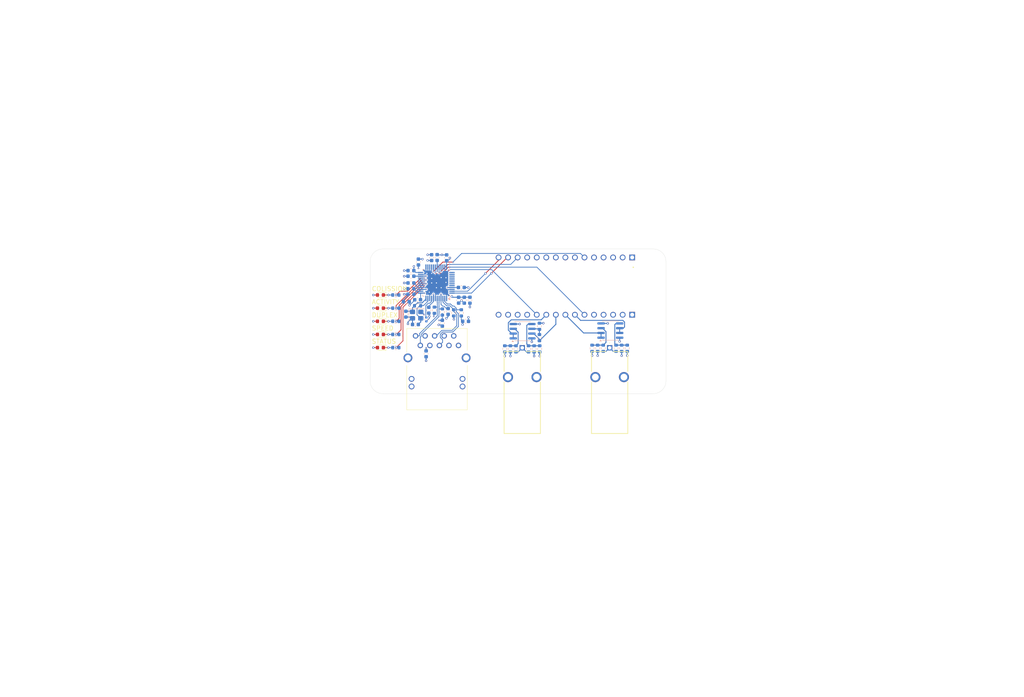
<source format=kicad_pcb>
(kicad_pcb (version 20241229) (generator "pcbnew") (generator_version "9.0")
  (layers (0 "F.Cu" signal) (4 "In1.Cu" signal) (6 "In2.Cu" signal) (2 "B.Cu" signal) (13 "F.Paste" user) (15 "B.Paste" user) (5 "F.SilkS" user "F.Silkscreen") (7 "B.SilkS" user "B.Silkscreen") (1 "F.Mask" user) (3 "B.Mask" user) (25 "Edge.Cuts" user))
  (net 0 "")
  (net 1 "+3.3V")
  (net 2 "GND")
  (net 3 "/wiznet/1V2D")
  (net 4 "/wiznet/3V3A")
  (net 5 "/wiznet/1V2A")
  (net 6 "/wiznet/XSCI")
  (net 7 "/wiznet/XSCO")
  (net 8 "Net-(D1-K)")
  (net 9 "Net-(D2-K)")
  (net 10 "Net-(D3-K)")
  (net 11 "Net-(D4-K)")
  (net 12 "Net-(D5-K)")
  (net 13 "/wiznet/1V2O")
  (net 17 "/wiznet/COLN")
  (net 18 "/wiznet/ACTn")
  (net 20 "/wiznet/DPXn")
  (net 21 "/wiznet/RXIN")
  (net 22 "/wiznet/SPDn")
  (net 25 "/wiznet/LNKn")
  (net 26 "/wiznet/RSET_BG")
  (net 27 "/wiznet/TXOP")
  (net 29 "/wiznet/RXIP")
  (net 30 "/wiznet/TXON")
  (net 34 "/analog/U_CH0_IN")
  (net 35 "/analog/U_CH1_IN")
  (net 36 "Net-(C17-Pad2)")
  (net 37 "Net-(C18-Pad2)")
  (net 46 "Net-(U1A-+)")
  (net 47 "Net-(U1B-+)")
  (net 48 "Net-(U2A-+)")
  (net 49 "Net-(U2B-+)")
  (net 50 "Net-(U1B--)")
  (net 68 "/SPI_!CS")
  (net 69 "/!INT")
  (net 70 "/SPI_MISO")
  (net 71 "/SPI_CLK")
  (net 72 "/!RST")
  (net 73 "/SPI_MOSI")
  (net 74 "/CH0_1")
  (net 75 "/CH0_10")
  (net 76 "/CH1_36")
  (net 77 "/CH1_10")
  (footprint "customLib:MODULE_NUCLEO-L432KC" (layer "F.Cu") (at 164.265 88.38 -90)
    (property "Reference" "U3" (hide yes))
    (property "Value" "NUCLEO-L432KC" (hide yes))
  )
  (footprint "customLib:rubber-feet" (layer "F.Cu") (at 114.73 82.5)
    (property "Reference" "G2" (hide yes))
    (property "Value" "foot" (hide yes))
  )
  (footprint "customLib:22500561" (layer "F.Cu") (at 122.83 101.635)
    (property "Reference" "J3" (hide yes))
    (property "Value" "2250056-1" (hide yes))
  )
  (footprint "LED_SMD:LED_0603_1608Metric" (layer "F.Cu") (at 113.48 90.75 180)
    (property "Reference" "D5" (hide yes))
    (property "Value" "LED" (hide yes))
  )
  (footprint "LED_SMD:LED_0603_1608Metric" (layer "F.Cu") (at 113.48 101.25 180)
    (property "Reference" "D2" (hide yes))
    (property "Value" "LED" (hide yes))
  )
  (footprint "LED_SMD:LED_0603_1608Metric" (layer "F.Cu") (at 113.48 104.75 180)
    (property "Reference" "D1" (hide yes))
    (property "Value" "LED" (hide yes))
  )
  (footprint "customLib:rubber-feet" (layer "F.Cu") (at 185.48 113)
    (property "Reference" "G1" (hide yes))
    (property "Value" "foot" (hide yes))
  )
  (footprint "LED_SMD:LED_0603_1608Metric" (layer "F.Cu") (at 113.48 94.25 180)
    (property "Reference" "D4" (hide yes))
    (property "Value" "LED" (hide yes))
  )
  (footprint "LED_SMD:LED_0603_1608Metric" (layer "F.Cu") (at 113.48 97.75 180)
    (property "Reference" "D3" (hide yes))
    (property "Value" "LED" (hide yes))
  )
  (footprint "customLib:731713150" (layer "F.Cu") (at 174.48 104.8)
    (property "Reference" "J2" (hide yes))
    (property "Value" "BNC" (hide yes))
  )
  (footprint "customLib:731713150" (layer "F.Cu") (at 151.23 104.8)
    (property "Reference" "J1" (hide yes))
    (property "Value" "BNC" (hide yes))
  )
  (footprint "customLib:rubber-feet" (layer "F.Cu") (at 185.48 82.5)
    (property "Reference" "G3" (hide yes))
    (property "Value" "foot" (hide yes))
  )
  (footprint "customLib:rubber-feet" (layer "F.Cu") (at 114.73 113)
    (property "Reference" "G4" (hide yes))
    (property "Value" "foot" (hide yes))
  )
  (footprint "Inductor_SMD:L_0603_1608Metric" (layer "B.Cu") (at 121.611 90.55 180)
    (property "Reference" "FB2" (hide yes))
    (property "Value" "FerriteBead" (hide yes))
  )
  (footprint "Capacitor_SMD:C_0603_1608Metric" (layer "B.Cu") (at 131.4985 95.125 -90)
    (property "Reference" "C13" (hide yes))
    (property "Value" "0.1u" (hide yes))
  )
  (footprint "Resistor_SMD:R_0603_1608Metric" (layer "B.Cu") (at 155.7925 99.075 90)
    (property "Reference" "R14" (hide yes))
    (property "Value" "220k" (hide yes))
  )
  (footprint "Package_QFP:TQFP-48_7x7mm_P0.5mm" (layer "B.Cu") (at 128.3485 87.5 90)
    (property "Reference" "IC3" (hide yes))
    (property "Value" "W5100S-L" (hide yes))
  )
  (footprint "Capacitor_SMD:C_0603_1608Metric" (layer "B.Cu") (at 122.7985 98.6)
    (property "Reference" "C15" (hide yes))
    (property "Value" "15p" (hide yes))
  )
  (footprint "Resistor_SMD:R_0603_1608Metric" (layer "B.Cu") (at 152.8925 105.0875 90)
    (property "Reference" "R2" (hide yes))
    (property "Value" "360k" (hide yes))
  )
  (footprint "Resistor_SMD:R_0603_1608Metric" (layer "B.Cu") (at 117.58 90.75)
    (property "Reference" "R20" (hide yes))
    (property "Value" "680" (hide yes))
  )
  (footprint "Capacitor_SMD:C_0603_1608Metric" (layer "B.Cu") (at 120.2485 95.85 -90)
    (property "Reference" "C16" (hide yes))
    (property "Value" "15p" (hide yes))
  )
  (footprint "Resistor_SMD:R_0603_1608Metric" (layer "B.Cu") (at 155.7925 102.1 90)
    (property "Reference" "R13" (hide yes))
    (property "Value" "442k" (hide yes))
  )
  (footprint "Resistor_SMD:R_0603_1608Metric" (layer "B.Cu") (at 176.18625 104.921874 90)
    (property "Reference" "R4" (hide yes))
    (property "Value" "910k" (hide yes))
  )
  (footprint "Resistor_SMD:R_0603_1608Metric" (layer "B.Cu") (at 127.8485 94.8 90)
    (property "Reference" "R24" (hide yes))
    (property "Value" "49.9" (hide yes))
  )
  (footprint "Capacitor_SMD:C_0603_1608Metric" (layer "B.Cu") (at 125.642 106.394 90)
    (property "Reference" "C19" (hide yes))
    (property "Value" "0.1u" (hide yes))
  )
  (footprint "Resistor_SMD:R_0603_1608Metric" (layer "B.Cu") (at 129.9485 95.275 90)
    (property "Reference" "R25" (hide yes))
    (property "Value" "49.9" (hide yes))
  )
  (footprint "Resistor_SMD:R_0603_1608Metric" (layer "B.Cu") (at 155.8675 105.0875 -90)
    (property "Reference" "R8" (hide yes))
    (property "Value" "680k" (hide yes))
  )
  (footprint "Capacitor_SMD:C_0603_1608Metric" (layer "B.Cu") (at 126.3485 94.8 -90)
    (property "Reference" "C6" (hide yes))
    (property "Value" "0.1u" (hide yes))
  )
  (footprint "Capacitor_SMD:C_0603_1608Metric" (layer "B.Cu") (at 121.5985 85.75 180)
    (property "Reference" "C10" (hide yes))
    (property "Value" "0.1u" (hide yes))
  )
  (footprint "Resistor_SMD:R_0603_1608Metric" (layer "B.Cu") (at 179.16125 104.921874 -90)
    (property "Reference" "R12" (hide yes))
    (property "Value" "91k" (hide yes))
  )
  (footprint "Resistor_SMD:R_0603_1608Metric" (layer "B.Cu") (at 154.38 105.0875 90)
    (property "Reference" "R7" (hide yes))
    (property "Value" "1.2M" (hide yes))
  )
  (footprint "Capacitor_SMD:C_0603_1608Metric" (layer "B.Cu") (at 127.0985 80.8 90)
    (property "Reference" "C4" (hide yes))
    (property "Value" "4.7u" (hide yes))
  )
  (footprint "Resistor_SMD:R_0603_1608Metric" (layer "B.Cu") (at 117.58 97.75)
    (property "Reference" "R18" (hide yes))
    (property "Value" "680" (hide yes))
  )
  (footprint "Capacitor_SMD:C_0603_1608Metric" (layer "B.Cu") (at 123.5985 81.975 90)
    (property "Reference" "C3" (hide yes))
    (property "Value" "4.7u" (hide yes))
  )
  (footprint "Resistor_SMD:R_0603_1608Metric" (layer "B.Cu") (at 149.555 105.0875 90)
    (property "Reference" "R1" (hide yes))
    (property "Value" "680k" (hide yes))
  )
  (footprint "Capacitor_SMD:C_0603_1608Metric" (layer "B.Cu") (at 121.5985 87.55 180)
    (property "Reference" "C7" (hide yes))
    (property "Value" "0.1u" (hide yes))
  )
  (footprint "Capacitor_SMD:C_0603_1608Metric" (layer "B.Cu") (at 135.011 88.75)
    (property "Reference" "C14" (hide yes))
    (property "Value" "0.1u" (hide yes))
  )
  (footprint "Resistor_SMD:R_0603_1608Metric" (layer "B.Cu") (at 177.67375 104.921874 90)
    (property "Reference" "R11" (hide yes))
    (property "Value" "82k" (hide yes))
  )
  (footprint "Capacitor_SMD:C_0603_1608Metric" (layer "B.Cu") (at 120.3735 92.55)
    (property "Reference" "C11" (hide yes))
    (property "Value" "4.7u" (hide yes))
  )
  (footprint "Resistor_SMD:R_0603_1608Metric" (layer "B.Cu") (at 123.3735 93.626)
    (property "Reference" "R21" (hide yes))
    (property "Value" "1M" (hide yes))
  )
  (footprint "Inductor_SMD:L_0603_1608Metric" (layer "B.Cu") (at 121.5985 89.075)
    (property "Reference" "FB3" (hide yes))
    (property "Value" "FerriteBead" (hide yes))
  )
  (footprint "Resistor_SMD:R_0603_1608Metric" (layer "B.Cu") (at 117.58 104.75)
    (property "Reference" "R16" (hide yes))
    (property "Value" "680" (hide yes))
  )
  (footprint "Capacitor_SMD:C_0603_1608Metric" (layer "B.Cu") (at 128.58 80.775 90)
    (property "Reference" "C12" (hide yes))
    (property "Value" "0.1u" (hide yes))
  )
  (footprint "Capacitor_SMD:C_0603_1608Metric" (layer "B.Cu") (at 123.381 92.011 180)
    (property "Reference" "C8" (hide yes))
    (property "Value" "0.1u" (hide yes))
  )
  (footprint "Resistor_SMD:R_0603_1608Metric" (layer "B.Cu") (at 117.58 101.25)
    (property "Reference" "R17" (hide yes))
    (property "Value" "680" (hide yes))
  )
  (footprint "Resistor_SMD:R_0603_1608Metric" (layer "B.Cu") (at 132.9885 95.5 90)
    (property "Reference" "R23" (hide yes))
    (property "Value" "49.9" (hide yes))
  )
  (footprint "Capacitor_SMD:C_0603_1608Metric" (layer "B.Cu") (at 134.2985 92.1325 -90)
    (property "Reference" "C9" (hide yes))
    (property "Value" "4.7u" (hide yes))
  )
  (footprint "Resistor_SMD:R_0603_1608Metric" (layer "B.Cu") (at 172.78 104.921874 90)
    (property "Reference" "R3" (hide yes))
    (property "Value" "680k" (hide yes))
  )
  (footprint "Resistor_SMD:R_0603_1608Metric" (layer "B.Cu") (at 148.0675 105.0875 90)
    (property "Reference" "R5" (hide yes))
    (property "Value" "220k" (hide yes))
  )
  (footprint "Capacitor_SMD:C_0603_1608Metric" (layer "B.Cu") (at 129.9485 98.25 90)
    (property "Reference" "C18" (hide yes))
    (property "Value" "0.1u" (hide yes))
  )
  (footprint "Package_SO:SOIC-8_3.9x4.9mm_P1.27mm" (layer "B.Cu") (at 151.305 100.38)
    (property "Reference" "U1" (hide yes))
    (property "Value" "MCP6002-xMC" (hide yes))
  )
  (footprint "Resistor_SMD:R_0603_1608Metric" (layer "B.Cu") (at 169.805 104.921874 -90)
    (property "Reference" "R10" (hide yes))
    (property "Value" "330k" (hide yes))
  )
  (footprint "Resistor_SMD:R_0603_1608Metric" (layer "B.Cu") (at 117.58 94.25)
    (property "Reference" "R19" (hide yes))
    (property "Value" "680" (hide yes))
  )
  (footprint "Capacitor_SMD:C_0603_1608Metric" (layer "B.Cu") (at 135.7985 92.1375 -90)
    (property "Reference" "C5" (hide yes))
    (property "Value" "0.01u" (hide yes))
  )
  (footprint "Resistor_SMD:R_0603_1608Metric" (layer "B.Cu") (at 146.58 105.0875 -90)
    (property "Reference" "R6" (hide yes))
    (property "Value" "330k" (hide yes))
  )
  (footprint "Resistor_SMD:R_0402_1005Metric" (layer "B.Cu") (at 125.6985 97.25 -90)
    (property "Reference" "R26" (hide yes))
    (property "Value" "12.3k" (hide yes))
  )
  (footprint "Capacitor_SMD:C_0603_1608Metric" (layer "B.Cu") (at 131.0985 80.85 90)
    (property "Reference" "C1" (hide yes))
    (property "Value" "0.1u" (hide yes))
  )
  (footprint "Inductor_SMD:L_0603_1608Metric" (layer "B.Cu") (at 137.2985 92.1375 90)
    (property "Reference" "FB1" (hide yes))
    (property "Value" "FerriteBead" (hide yes))
  )
  (footprint "Crystal:Crystal_SMD_3225-4Pin_3.2x2.5mm" (layer "B.Cu") (at 123.1235 96.1)
    (property "Reference" "Y2" (hide yes))
    (property "Value" "25M" (hide yes))
  )
  (footprint "Package_SO:SOIC-8_3.9x4.9mm_P1.27mm" (layer "B.Cu") (at 174.67375 100.214374)
    (property "Reference" "U2" (hide yes))
    (property "Value" "MCP6002-xMC" (hide yes))
  )
  (footprint "Resistor_SMD:R_0603_1608Metric" (layer "B.Cu") (at 134.9985 95.5 90)
    (property "Reference" "R22" (hide yes))
    (property "Value" "49.9" (hide yes))
  )
  (footprint "Capacitor_SMD:C_0603_1608Metric" (layer "B.Cu") (at 121.5985 84.25 180)
    (property "Reference" "C2" (hide yes))
    (property "Value" "0.1u" (hide yes))
  )
  (footprint "Resistor_SMD:R_0603_1608Metric" (layer "B.Cu") (at 171.2925 104.921874 90)
    (property "Reference" "R9" (hide yes))
    (property "Value" "220k" (hide yes))
  )
  (footprint "Capacitor_SMD:C_0603_1608Metric" (layer "B.Cu") (at 136.1485 97.75 180)
    (property "Reference" "C17" (hide yes))
    (property "Value" "0.1u" (hide yes))
  )
  (gr_line (start 186.08 117) (end 114.13 117) (stroke (width 0.05)) (layer "Edge.Cuts"))
  (gr_line (start 189.48 81.9) (end 189.48 113.6) (stroke (width 0.05)) (layer "Edge.Cuts"))
  (gr_arc (start 189.48 113.6) (mid 188.484163 116.004163) (end 186.08 117) (stroke (width 0.05)) (layer "Edge.Cuts"))
  (gr_arc (start 110.73 81.9) (mid 111.725837 79.495837) (end 114.13 78.5) (stroke (width 0.05)) (layer "Edge.Cuts"))
  (gr_line (start 114.13 78.5) (end 186.08 78.5) (stroke (width 0.05)) (layer "Edge.Cuts"))
  (gr_line (start 110.73 113.6) (end 110.73 81.9) (stroke (width 0.05)) (layer "Edge.Cuts"))
  (gr_arc (start 186.08 78.5) (mid 188.484163 79.495837) (end 189.48 81.9) (stroke (width 0.05)) (layer "Edge.Cuts"))
  (gr_arc (start 114.13 117) (mid 111.725837 116.004163) (end 110.73 113.6) (stroke (width 0.05)) (layer "Edge.Cuts"))
  (gr_text "STATUS" (at 111.1 103.1 0) (layer "F.SilkS") (effects (font (size 1.2 1.2) (thickness 0.18)) (justify left)))
  (gr_text "DUPLEX" (at 111.1 96.1 0) (layer "F.SilkS") (effects (font (size 1.2 1.2) (thickness 0.18)) (justify left)))
  (gr_text "ACTIVITY" (at 111.1 92.6 0) (layer "F.SilkS") (effects (font (size 1.2 1.2) (thickness 0.18)) (justify left)))
  (gr_text "SPEED" (at 111.1 99.6 0) (layer "F.SilkS") (effects (font (size 1.2 1.2) (thickness 0.18)) (justify left)))
  (gr_text "COLISSION" (at 111.1 89.1 0) (layer "F.SilkS") (effects (font (size 1.2 1.2) (thickness 0.18)) (justify left)))
  (segment (start 112.7925 101.25) (end 111.58 101.25) (width 0.2) (layer "F.Cu") (net 1))
  (segment (start 112.7925 90.75) (end 111.58 90.75) (width 0.2) (layer "F.Cu") (net 1))
  (segment (start 112.7925 104.75) (end 111.58 104.75) (width 0.2) (layer "F.Cu") (net 1))
  (segment (start 112.7925 97.75) (end 111.58 97.75) (width 0.2) (layer "F.Cu") (net 1))
  (segment (start 112.7925 94.25) (end 111.58 94.25) (width 0.2) (layer "F.Cu") (net 1))
  (via (at 177.14875 103.1) (size 0.6) (drill 0.3) (layers "F.Cu" "B.Cu") (net 1))
  (via (at 171.2925 106.8875) (size 0.6) (drill 0.3) (layers "F.Cu" "B.Cu") (net 1))
  (via (at 154.38 107) (size 0.6) (drill 0.3) (layers "F.Cu" "B.Cu") (net 1))
  (via (at 111.58 101.25) (size 0.6) (drill 0.3) (layers "F.Cu" "B.Cu") (net 1))
  (via (at 122.3985 83.15) (size 0.6) (drill 0.3) (layers "F.Cu" "B.Cu") (net 1))
  (via (at 111.58 94.25) (size 0.6) (drill 0.3) (layers "F.Cu" "B.Cu") (net 1))
  (via (at 126.0485 81.55) (size 0.6) (drill 0.3) (layers "F.Cu" "B.Cu") (net 1))
  (via (at 111.58 104.75) (size 0.6) (drill 0.3) (layers "F.Cu" "B.Cu") (net 1))
  (via (at 177.67375 106.89375) (size 0.6) (drill 0.3) (layers "F.Cu" "B.Cu") (net 1))
  (via (at 137.2985 93.95) (size 0.6) (drill 0.3) (layers "F.Cu" "B.Cu") (net 1))
  (via (at 111.58 97.75) (size 0.6) (drill 0.3) (layers "F.Cu" "B.Cu") (net 1))
  (via (at 131.98 80.9) (size 0.6) (drill 0.3) (layers "F.Cu" "B.Cu") (net 1))
  (via (at 153.78 103.2) (size 0.6) (drill 0.3) (layers "F.Cu" "B.Cu") (net 1))
  (via (at 111.58 90.75) (size 0.6) (drill 0.3) (layers "F.Cu" "B.Cu") (net 1))
  (via (at 148.08 107) (size 0.6) (drill 0.3) (layers "F.Cu" "B.Cu") (net 1))
  (segment (start 148.0675 106.7875) (end 148.0675 105.9125) (width 0.25) (layer "B.Cu") (net 1))
  (segment (start 148.08 107) (end 148.08 106.8) (width 0.25) (layer "B.Cu") (net 1))
  (segment (start 177.14875 103.1) (end 177.14875 102.119374) (width 0.25) (layer "B.Cu") (net 1))
  (segment (start 131.0985 81.625) (end 131.0985 83.3375) (width 0.2) (layer "B.Cu") (net 1))
  (segment (start 124.186 84.75) (end 122.8735 84.75) (width 0.2) (layer "B.Cu") (net 1))
  (segment (start 122.3735 83.175) (end 122.3985 83.15) (width 0.2) (layer "B.Cu") (net 1))
  (segment (start 154.38 105.9125) (end 154.38 107) (width 0.25) (layer "B.Cu") (net 1))
  (segment (start 148.08 106.8) (end 148.0675 106.7875) (width 0.25) (layer "B.Cu") (net 1))
  (segment (start 131.98 80.9) (end 131.98 81.1) (width 0.2) (layer "B.Cu") (net 1))
  (segment (start 177.67375 106.89375) (end 177.67375 105.746874) (width 0.25) (layer "B.Cu") (net 1))
  (segment (start 127.0985 81.575) (end 126.0735 81.575) (width 0.2) (layer "B.Cu") (net 1))
  (segment (start 153.78 103.2) (end 153.78 102.285) (width 0.25) (layer "B.Cu") (net 1))
  (segment (start 131.455 81.625) (end 131.0985 81.625) (width 0.2) (layer "B.Cu") (net 1))
  (segment (start 131.98 81.1) (end 131.455 81.625) (width 0.2) (layer "B.Cu") (net 1))
  (segment (start 137.2985 92.925) (end 137.2985 93.95) (width 0.2) (layer "B.Cu") (net 1))
  (segment (start 122.8735 84.75) (end 122.3735 84.25) (width 0.2) (layer "B.Cu") (net 1))
  (segment (start 171.2925 106.8875) (end 171.2925 105.746874) (width 0.25) (layer "B.Cu") (net 1))
  (segment (start 122.3735 84.25) (end 122.3735 83.175) (width 0.2) (layer "B.Cu") (net 1))
  (segment (start 126.0735 81.575) (end 126.0485 81.55) (width 0.2) (layer "B.Cu") (net 1))
  (via (at 127.1185 87.54) (size 0.6) (drill 0.3) (layers "F.Cu" "B.Cu") (net 2))
  (via (at 129.6585 86.112) (size 0.6) (drill 0.3) (layers "F.Cu" "B.Cu") (net 2))
  (via (at 124.6485 81.2) (size 0.6) (drill 0.3) (layers "F.Cu" "B.Cu") (net 2))
  (via (at 128.3885 88.81) (size 0.6) (drill 0.3) (layers "F.Cu" "B.Cu") (net 2))
  (via (at 129.8485 80.075) (size 0.6) (drill 0.3) (layers "F.Cu" "B.Cu") (net 2))
  (via (at 125.8485 85) (size 0.6) (drill 0.3) (layers "F.Cu" "B.Cu") (net 2))
  (via (at 146.58 107) (size 0.6) (drill 0.3) (layers "F.Cu" "B.Cu") (net 2))
  (via (at 126.48 90) (size 0.6) (drill 0.3) (layers "F.Cu" "B.Cu") (net 2))
  (via (at 155.8675 107) (size 0.6) (drill 0.3) (layers "F.Cu" "B.Cu") (net 2))
  (via (at 126.0485 80.05) (size 0.6) (drill 0.3) (layers "F.Cu" "B.Cu") (net 2))
  (via (at 130.9285 87.396) (size 0.6) (drill 0.3) (layers "F.Cu" "B.Cu") (net 2))
  (via (at 135.0985 92.2) (size 0.6) (drill 0.3) (layers "F.Cu" "B.Cu") (net 2))
  (via (at 119.7985 85.75) (size 0.6) (drill 0.3) (layers "F.Cu" "B.Cu") (net 2))
  (via (at 128.3885 87.54) (size 0.6) (drill 0.3) (layers "F.Cu" "B.Cu") (net 2))
  (via (at 119.7985 84.25) (size 0.6) (drill 0.3) (layers "F.Cu" "B.Cu") (net 2))
  (via (at 129.6585 88.81) (size 0.6) (drill 0.3) (layers "F.Cu" "B.Cu") (net 2))
  (via (at 119.7985 87.55) (size 0.6) (drill 0.3) (layers "F.Cu" "B.Cu") (net 2))
  (via (at 126.499645 96.447919) (size 0.6) (drill 0.3) (layers "F.Cu" "B.Cu") (net 2))
  (via (at 179.16125 106.88125) (size 0.6) (drill 0.3) (layers "F.Cu" "B.Cu") (net 2))
  (via (at 131.03 96.95) (size 0.6) (drill 0.3) (layers "F.Cu" "B.Cu") (net 2))
  (via (at 125.63 108.25) (size 0.6) (drill 0.3) (layers "F.Cu" "B.Cu") (net 2))
  (via (at 173.98 98.309374) (size 0.6) (drill 0.3) (layers "F.Cu" "B.Cu") (net 2))
  (via (at 169.805 106.875) (size 0.6) (drill 0.3) (layers "F.Cu" "B.Cu") (net 2))
  (via (at 125.063 95.950112) (size 0.4) (drill 0.2) (layers "F.Cu" "B.Cu") (net 2))
  (via (at 127.1185 85) (size 0.6) (drill 0.3) (layers "F.Cu" "B.Cu") (net 2))
  (via (at 120.815 98.442) (size 0.6) (drill 0.3) (layers "F.Cu" "B.Cu") (net 2))
  (via (at 156.83 98.25) (size 0.6) (drill 0.3) (layers "F.Cu" "B.Cu") (net 2))
  (via (at 150.53 98.475) (size 0.6) (drill 0.3) (layers "F.Cu" "B.Cu") (net 2))
  (via (at 127.1185 86.35) (size 0.6) (drill 0.3) (layers "F.Cu" "B.Cu") (net 2))
  (via (at 136.836 88.75) (size 0.6) (drill 0.3) (layers "F.Cu" "B.Cu") (net 2))
  (via (at 121.224 93.465) (size 0.6) (drill 0.3) (layers "F.Cu" "B.Cu") (net 2))
  (via (at 136.8985 96.7) (size 0.6) (drill 0.3) (layers "F.Cu" "B.Cu") (net 2))
  (via (at 130.9285 86.152) (size 0.6) (drill 0.3) (layers "F.Cu" "B.Cu") (net 2))
  (via (at 128.9985 98.7) (size 0.6) (drill 0.3) (layers "F.Cu" "B.Cu") (net 2))
  (segment (start 121.7235 96.625) (end 122.0235 96.925) (width 0.25) (layer "B.Cu") (net 2))
  (segment (start 121.1485 92.1) (end 121.1485 92.05) (width 0.2) (layer "B.Cu") (net 2))
  (segment (start 135.006 92.2) (end 134.2985 92.9075) (width 0.2) (layer "B.Cu") (net 2))
  (segment (start 122.0235 96.925) (end 122.0235 98.55) (width 0.25) (layer "B.Cu") (net 2))
  (segment (start 120.815 97.9335) (end 121.8235 96.925) (width 0.25) (layer "B.Cu") (net 2))
  (segment (start 173.98 98.309374) (end 172.19875 98.309374) (width 0.25) (layer "B.Cu") (net 2))
  (segment (start 121.224 93.465) (end 121.224 92.1755) (width 0.2) (layer "B.Cu") (net 2))
  (segment (start 156.83 98.25) (end 155.7925 98.25) (width 0.25) (layer "B.Cu") (net 2))
  (segment (start 126.499645 96.958855) (end 125.6985 97.76) (width 0.2) (layer "B.Cu") (net 2))
  (segment (start 122.611 92.121) (end 122.611 92.05) (width 0.2) (layer "B.Cu") (net 2))
  (segment (start 136.9235 96.725) (end 136.8985 96.7) (width 0.2) (layer "B.Cu") (net 2))
  (segment (start 169.805 106.875) (end 169.805 105.746874) (width 0.25) (layer "B.Cu") (net 2))
  (segment (start 121.224 93.465) (end 121.267 93.465) (width 0.2) (layer "B.Cu") (net 2))
  (segment (start 120.8235 87.55) (end 119.7985 87.55) (width 0.2) (layer "B.Cu") (net 2))
  (segment (start 125.642 108.238) (end 125.63 108.25) (width 0.25) (layer "B.Cu") (net 2))
  (segment (start 129.8485 80.075) (end 131.0985 80.075) (width 0.2) (layer "B.Cu") (net 2))
  (segment (start 121.267 93.465) (end 122.611 92.121) (width 0.2) (layer "B.Cu") (net 2))
  (segment (start 126.499645 96.447919) (end 126.499645 96.958855) (width 0.2) (layer "B.Cu") (net 2))
  (segment (start 129.9485 98.7) (end 128.9985 98.7) (width 0.2) (layer "B.Cu") (net 2))
  (segment (start 121.8235 96.925) (end 122.0235 96.925) (width 0.25) (layer "B.Cu") (net 2))
  (segment (start 135.0985 92.2125) (end 135.7985 92.9125) (width 0.2) (layer "B.Cu") (net 2))
  (segment (start 179.16125 106.88125) (end 179.16125 105.746874) (width 0.25) (layer "B.Cu") (net 2))
  (segment (start 126.4985 96.446774) (end 126.4985 95.425) (width 0.2) (layer "B.Cu") (net 2))
  (segment (start 127.0985 80.025) (end 126.0735 80.025) (width 0.2) (layer "B.Cu") (net 2))
  (segment (start 131.4985 96.4815) (end 131.03 96.95) (width 0.25) (layer "B.Cu") (net 2))
  (segment (start 135.811 88.75) (end 136.836 88.75) (width 0.25) (layer "B.Cu") (net 2))
  (segment (start 132.511 89.25) (end 130.8485 89.25) (width 0) (layer "B.Cu") (net 2))
  (segment (start 135.0985 92.2) (end 135.006 92.2) (width 0.2) (layer "B.Cu") (net 2))
  (segment (start 146.58 107) (end 146.58 105.9125) (width 0.25) (layer "B.Cu") (net 2))
  (segment (start 135.0985 92.2) (end 135.0985 92.2125) (width 0.2) (layer "B.Cu") (net 2))
  (segment (start 128.655 80.075) (end 128.58 80) (width 0.2) (layer "B.Cu") (net 2))
  (segment (start 126.499645 96.447919) (end 126.4985 96.446774) (width 0.2) (layer "B.Cu") (net 2))
  (segment (start 155.8675 105.9125) (end 155.8675 107) (width 0.25) (layer "B.Cu") (net 2))
  (segment (start 136.9235 97.75) (end 136.9235 96.725) (width 0.2) (layer "B.Cu") (net 2))
  (segment (start 121.224 92.1755) (end 121.1485 92.1) (width 0.2) (layer "B.Cu") (net 2))
  (segment (start 126.0735 80.025) (end 126.0485 80.05) (width 0.2) (layer "B.Cu") (net 2))
  (segment (start 120.8235 85.75) (end 119.7985 85.75) (width 0.2) (layer "B.Cu") (net 2))
  (segment (start 123.5985 81.2) (end 124.6485 81.2) (width 0.2) (layer "B.Cu") (net 2))
  (segment (start 120.8235 84.25) (end 119.7985 84.25) (width 0.2) (layer "B.Cu") (net 2))
  (segment (start 122.3735 91.85) (end 122.5105 91.85) (width 0.25) (layer "B.Cu") (net 2))
  (segment (start 124.337888 95.225) (end 125.063 95.950112) (width 0.2) (layer "B.Cu") (net 2))
  (segment (start 124.2235 95.225) (end 124.337888 95.225) (width 0.2) (layer "B.Cu") (net 2))
  (segment (start 150.53 98.475) (end 148.83 98.475) (width 0.25) (layer "B.Cu") (net 2))
  (segment (start 129.8485 80.075) (end 128.655 80.075) (width 0.2) (layer "B.Cu") (net 2))
  (segment (start 120.2485 96.625) (end 121.7235 96.625) (width 0.25) (layer "B.Cu") (net 2))
  (segment (start 124.2235 95.225) (end 124.2235 95.027796) (width 0.2) (layer "B.Cu") (net 2))
  (segment (start 131.4985 95.9) (end 131.4985 96.4815) (width 0.25) (layer "B.Cu") (net 2))
  (segment (start 124.186 88.75) (end 125.73 88.75) (width 0.2) (layer "B.Cu") (net 2))
  (segment (start 120.815 98.442) (end 120.815 97.9335) (width 0.25) (layer "B.Cu") (net 2))
  (segment (start 125.642 107.169) (end 125.642 108.238) (width 0.25) (layer "B.Cu") (net 2))
  (segment (start 124.3825 95.384) (end 124.2235 95.225) (width 0.2) (layer "B.Cu") (net 2))
  (via (at 119.8235 89.075) (size 0.6) (drill 0.3) (layers "F.Cu" "B.Cu") (net 3))
  (via (at 131.3485 88.75) (size 0.4) (drill 0.2) (layers "F.Cu" "B.Cu") (net 3))
  (via (at 128.5985 84.45) (size 0.4) (drill 0.2) (layers "F.Cu" "B.Cu") (net 3))
  (via (at 123.5985 83.65) (size 0.4) (drill 0.2) (layers "F.Cu" "B.Cu") (net 3))
  (via (at 125.1985 90.25) (size 0.4) (drill 0.2) (layers "F.Cu" "B.Cu") (net 3))
  (via (at 125.63 85.7) (size 0.4) (drill 0.2) (layers "F.Cu" "B.Cu") (net 3))
  (segment (start 124.186 90.25) (end 125.1985 90.25) (width 0.2) (layer "B.Cu") (net 3))
  (segment (start 122.3735 85.75) (end 124.186 85.75) (width 0.25) (layer "B.Cu") (net 3))
  (segment (start 119.8235 89.075) (end 120.811 89.075) (width 0.25) (layer "B.Cu") (net 3))
  (segment (start 123.5985 82.75) (end 123.5985 83.65) (width 0.2) (layer "B.Cu") (net 3))
  (segment (start 132.511 88.75) (end 131.3485 88.75) (width 0.25) (layer "B.Cu") (net 3))
  (segment (start 124.211 85.725) (end 124.186 85.75) (width 0.25) (layer "B.Cu") (net 3))
  (segment (start 128.5985 81.5685) (end 128.58 81.55) (width 0.2) (layer "B.Cu") (net 3))
  (segment (start 128.5985 83.3375) (end 128.5985 81.5685) (width 0.2) (layer "B.Cu") (net 3))
  (segment (start 124.186 90.25) (end 124.186 91.6625) (width 0.2) (layer "B.Cu") (net 3))
  (segment (start 128.5985 83.3375) (end 128.5985 84.45) (width 0.2) (layer "B.Cu") (net 3))
  (segment (start 125.63 85.7) (end 125.605 85.725) (width 0.25) (layer "B.Cu") (net 3))
  (segment (start 125.605 85.725) (end 124.211 85.725) (width 0.25) (layer "B.Cu") (net 3))
  (segment (start 134.236 88.75) (end 132.511 88.75) (width 0.2) (layer "B.Cu") (net 3))
  (segment (start 124.186 91.6625) (end 123.886 91.9625) (width 0.2) (layer "B.Cu") (net 3))
  (via (at 127.5985 90.55) (size 0.4) (drill 0.2) (layers "F.Cu" "B.Cu") (net 4))
  (via (at 125.63 89.25) (size 0.4) (drill 0.2) (layers "F.Cu" "B.Cu") (net 4))
  (via (at 125.654 104.815) (size 0.4) (drill 0.2) (layers "F.Cu" "B.Cu") (net 4))
  (via (at 132.4985 91.15) (size 0.6) (drill 0.3) (layers "F.Cu" "B.Cu") (net 4))
  (segment (start 125.654 104.815) (end 125.636 104.833) (width 0.2) (layer "B.Cu") (net 4))
  (segment (start 125.636 104.833) (end 125.636 104.925) (width 0.2) (layer "B.Cu") (net 4))
  (segment (start 125.636 104.925) (end 125.642 104.931) (width 0.2) (layer "B.Cu") (net 4))
  (segment (start 124.186 89.25) (end 125.63 89.25) (width 0.25) (layer "B.Cu") (net 4))
  (segment (start 126.3485 93.748095) (end 127.5985 92.498095) (width 0.2) (layer "B.Cu") (net 4))
  (segment (start 123.1485 88.98241) (end 123.41609 89.25) (width 0.2) (layer "B.Cu") (net 4))
  (segment (start 123.1485 88.325) (end 123.1485 88.98241) (width 0.2) (layer "B.Cu") (net 4))
  (segment (start 127.5985 91.6625) (end 127.5985 90.55) (width 0.25) (layer "B.Cu") (net 4))
  (segment (start 125.642 104.931) (end 125.642 105.619) (width 0.2) (layer "B.Cu") (net 4))
  (segment (start 123.41609 89.25) (end 124.186 89.25) (width 0.2) (layer "B.Cu") (net 4))
  (segment (start 134.2985 91.3575) (end 132.706 91.3575) (width 0.25) (layer "B.Cu") (net 4))
  (segment (start 137.2985 91.35) (end 134.306 91.35) (width 0.2) (layer "B.Cu") (net 4))
  (segment (start 127.5985 92.498095) (end 127.5985 91.6625) (width 0.2) (layer "B.Cu") (net 4))
  (segment (start 122.3735 87.55) (end 123.1485 88.325) (width 0.2) (layer "B.Cu") (net 4))
  (segment (start 134.306 91.35) (end 134.2985 91.3575) (width 0.2) (layer "B.Cu") (net 4))
  (segment (start 132.706 91.3575) (end 132.4985 91.15) (width 0.25) (layer "B.Cu") (net 4))
  (segment (start 126.3485 94.025) (end 126.3485 93.748095) (width 0.2) (layer "B.Cu") (net 4))
  (via (at 129.5985 90.55) (size 0.4) (drill 0.2) (layers "F.Cu" "B.Cu") (net 5))
  (via (at 119.7985 90.55) (size 0.6) (drill 0.3) (layers "F.Cu" "B.Cu") (net 5))
  (segment (start 129.5985 91.6625) (end 129.5985 90.55) (width 0.25) (layer "B.Cu") (net 5))
  (segment (start 120.8235 90.55) (end 119.7985 90.55) (width 0.25) (layer "B.Cu") (net 5))
  (segment (start 120.8235 90.825) (end 120.8235 90.55) (width 0.2) (layer "B.Cu") (net 5))
  (segment (start 130.0985 93.75) (end 129.5985 93.25) (width 0.2) (layer "B.Cu") (net 5))
  (segment (start 131.4985 94.35) (end 131.036148 94.35) (width 0.2) (layer "B.Cu") (net 5))
  (segment (start 130.436148 93.75) (end 130.0985 93.75) (width 0.2) (layer "B.Cu") (net 5))
  (segment (start 119.5985 92.05) (end 120.8235 90.825) (width 0.2) (layer "B.Cu") (net 5))
  (segment (start 129.5985 93.25) (end 129.5985 91.6625) (width 0.2) (layer "B.Cu") (net 5))
  (segment (start 131.036148 94.35) (end 130.436148 93.75) (width 0.2) (layer "B.Cu") (net 5))
  (segment (start 125.5985 91.828966) (end 125.5985 91.6625) (width 0.25) (layer "B.Cu") (net 6))
  (segment (start 122.5485 93.626) (end 123.3495 92.825) (width 0.25) (layer "B.Cu") (net 6))
  (segment (start 122.0235 94.15) (end 122.5485 93.625) (width 0.25) (layer "B.Cu") (net 6))
  (segment (start 125.5985 92.1875) (end 125.5985 91.6625) (width 0.2) (layer "B.Cu") (net 6))
  (segment (start 120.2485 95.075) (end 121.8735 95.075) (width 0.25) (layer "B.Cu") (net 6))
  (segment (start 121.8735 95.075) (end 122.0235 95.225) (width 0.25) (layer "B.Cu") (net 6))
  (segment (start 122.0235 95.225) (end 122.0235 94.15) (width 0.25) (layer "B.Cu") (net 6))
  (segment (start 124.602466 92.825) (end 125.5985 91.828966) (width 0.25) (layer "B.Cu") (net 6))
  (segment (start 123.3495 92.825) (end 124.602466 92.825) (width 0.25) (layer "B.Cu") (net 6))
  (segment (start 124.2235 96.925) (end 124.136 96.925) (width 0.2) (layer "B.Cu") (net 7))
  (segment (start 124.98091 93.55) (end 126.0985 92.43241) (width 0.2) (layer "B.Cu") (net 7))
  (segment (start 124.136 96.925) (end 123.2235 96.0125) (width 0.2) (layer "B.Cu") (net 7))
  (segment (start 123.2235 96.0125) (end 123.2235 94.3065) (width 0.2) (layer "B.Cu") (net 7))
  (segment (start 123.98 93.55) (end 124.98091 93.55) (width 0.2) (layer "B.Cu") (net 7))
  (segment (start 126.0985 92.43241) (end 126.0985 91.6625) (width 0.2) (layer "B.Cu") (net 7))
  (segment (start 123.2235 94.3065) (end 123.98 93.55) (width 0.2) (layer "B.Cu") (net 7))
  (segment (start 124.2235 96.925) (end 124.2235 97.9) (width 0.25) (layer "B.Cu") (net 7))
  (segment (start 124.2235 97.9) (end 123.5735 98.55) (width 0.25) (layer "B.Cu") (net 7))
  (segment (start 115.58 104.75) (end 114.2675 104.75) (width 0.2) (layer "F.Cu") (net 8))
  (via (at 115.58 104.75) (size 0.6) (drill 0.3) (layers "F.Cu" "B.Cu") (net 8))
  (segment (start 116.7675 104.75) (end 115.58 104.75) (width 0.2) (layer "B.Cu") (net 8))
  (segment (start 115.58 101.25) (end 114.2675 101.25) (width 0.2) (layer "F.Cu") (net 9))
  (via (at 115.58 101.25) (size 0.6) (drill 0.3) (layers "F.Cu" "B.Cu") (net 9))
  (segment (start 116.755 101.25) (end 115.58 101.25) (width 0.2) (layer "B.Cu") (net 9))
  (segment (start 115.58 97.75) (end 114.2675 97.75) (width 0.2) (layer "F.Cu") (net 10))
  (via (at 115.58 97.75) (size 0.6) (drill 0.3) (layers "F.Cu" "B.Cu") (net 10))
  (segment (start 116.7675 97.75) (end 115.58 97.75) (width 0.2) (layer "B.Cu") (net 10))
  (segment (start 115.58 94.25) (end 114.2675 94.25) (width 0.2) (layer "F.Cu") (net 11))
  (via (at 115.58 94.25) (size 0.6) (drill 0.3) (layers "F.Cu" "B.Cu") (net 11))
  (segment (start 116.7675 94.25) (end 115.58 94.25) (width 0.2) (layer "B.Cu") (net 11))
  (segment (start 115.58 90.75) (end 114.2675 90.75) (width 0.2) (layer "F.Cu") (net 12))
  (via (at 115.58 90.75) (size 0.6) (drill 0.3) (layers "F.Cu" "B.Cu") (net 12))
  (segment (start 116.7675 90.75) (end 115.58 90.75) (width 0.2) (layer "B.Cu") (net 12))
  (segment (start 124.186 89.75) (end 123.41609 89.75) (width 0.2) (layer "B.Cu") (net 13))
  (segment (start 122.61609 90.55) (end 122.3985 90.55) (width 0.2) (layer "B.Cu") (net 13))
  (segment (start 124.186 89.75) (end 123.061 89.75) (width 0.2) (layer "B.Cu") (net 13))
  (segment (start 123.061 89.75) (end 122.386 89.075) (width 0.2) (layer "B.Cu") (net 13))
  (segment (start 123.41609 89.75) (end 122.61609 90.55) (width 0.2) (layer "B.Cu") (net 13))
  (segment (start 117.68 90.75) (end 118.68 89.75) (width 0.2) (layer "F.Cu") (net 17))
  (segment (start 124.23 86.25) (end 125.1985 86.25) (width 0.2) (layer "F.Cu") (net 17))
  (segment (start 120.73 89.75) (end 124.23 86.25) (width 0.2) (layer "F.Cu") (net 17))
  (segment (start 118.68 89.75) (end 120.73 89.75) (width 0.2) (layer "F.Cu") (net 17))
  (via (at 125.1985 86.25) (size 0.4) (drill 0.2) (layers "F.Cu" "B.Cu") (net 17))
  (via (at 117.68 90.75) (size 0.6) (drill 0.3) (layers "F.Cu" "B.Cu") (net 17))
  (segment (start 124.1105 86.25) (end 125.1985 86.25) (width 0.2) (layer "B.Cu") (net 17))
  (segment (start 118.405 90.75) (end 117.68 90.75) (width 0.2) (layer "B.Cu") (net 17))
  (segment (start 117.68 93.55) (end 117.68 94.25) (width 0.2) (layer "F.Cu") (net 18))
  (segment (start 124.48 86.75) (end 117.68 93.55) (width 0.2) (layer "F.Cu") (net 18))
  (segment (start 125.63 86.75) (end 124.48 86.75) (width 0.2) (layer "F.Cu") (net 18))
  (via (at 117.68 94.25) (size 0.6) (drill 0.3) (layers "F.Cu" "B.Cu") (net 18))
  (via (at 125.63 86.75) (size 0.4) (drill 0.2) (layers "F.Cu" "B.Cu") (net 18))
  (segment (start 125.498499 86.749999) (end 125.4985 86.75) (width 0.18) (layer "B.Cu") (net 18))
  (segment (start 118.405 94.25) (end 117.68 94.25) (width 0.2) (layer "B.Cu") (net 18))
  (segment (start 124.1105 86.749999) (end 125.498499 86.749999) (width 0.2) (layer "B.Cu") (net 18))
  (segment (start 118.48 96.95) (end 117.68 97.75) (width 0.2) (layer "F.Cu") (net 20))
  (segment (start 118.48 93.5) (end 118.48 96.95) (width 0.2) (layer "F.Cu") (net 20))
  (segment (start 124.73 87.25) (end 118.48 93.5) (width 0.2) (layer "F.Cu") (net 20))
  (segment (start 125.1985 87.25) (end 124.73 87.25) (width 0.2) (layer "F.Cu") (net 20))
  (via (at 125.1985 87.25) (size 0.4) (drill 0.2) (layers "F.Cu" "B.Cu") (net 20))
  (via (at 117.68 97.75) (size 0.6) (drill 0.3) (layers "F.Cu" "B.Cu") (net 20))
  (segment (start 118.405 97.75) (end 117.68 97.75) (width 0.2) (layer "B.Cu") (net 20))
  (segment (start 124.1105 87.25) (end 125.1985 87.25) (width 0.2) (layer "B.Cu") (net 20))
  (segment (start 129.0735 94.45) (end 129.0735 96.484759) (width 0.2) (layer "B.Cu") (net 21))
  (segment (start 129.0735 92.793751) (end 129.0735 93.95) (width 0.2) (layer "B.Cu") (net 21))
  (segment (start 129.0735 96.484759) (end 124.347 101.211259) (width 0.2) (layer "B.Cu") (net 21))
  (segment (start 124.1 101.953199) (end 124.1 104.175) (width 0.2) (layer "B.Cu") (net 21))
  (segment (start 129.0985 91.6625) (end 129.0985 92.768751) (width 0.2) (layer "B.Cu") (net 21))
  (segment (start 129.9485 94.45) (end 129.0735 94.45) (width 0.2) (layer "B.Cu") (net 21))
  (segment (start 124.347 101.211259) (end 124.347 101.706199) (width 0.2) (layer "B.Cu") (net 21))
  (segment (start 129.0735 93.95) (end 129.0735 94.45) (width 0.2) (layer "B.Cu") (net 21))
  (segment (start 124.347 101.706199) (end 124.1 101.953199) (width 0.2) (layer "B.Cu") (net 21))
  (segment (start 129.0985 92.768751) (end 129.0735 92.793751) (width 0.2) (layer "B.Cu") (net 21))
  (segment (start 124.98 87.75) (end 118.98 93.75) (width 0.2) (layer "F.Cu") (net 22))
  (segment (start 118.98 93.75) (end 118.98 100) (width 0.2) (layer "F.Cu") (net 22))
  (segment (start 125.63 87.75) (end 124.98 87.75) (width 0.2) (layer "F.Cu") (net 22))
  (segment (start 117.73 101.25) (end 117.68 101.25) (width 0.2) (layer "F.Cu") (net 22))
  (segment (start 118.98 100) (end 117.73 101.25) (width 0.2) (layer "F.Cu") (net 22))
  (via (at 125.63 87.75) (size 0.4) (drill 0.2) (layers "F.Cu" "B.Cu") (net 22))
  (via (at 117.68 101.25) (size 0.6) (drill 0.3) (layers "F.Cu" "B.Cu") (net 22))
  (segment (start 124.1105 87.75) (end 125.4985 87.75) (width 0.2) (layer "B.Cu") (net 22))
  (segment (start 118.405 101.25) (end 117.68 101.25) (width 0.2) (layer "B.Cu") (net 22))
  (segment (start 125.1985 88.25) (end 125.1985 88.2815) (width 0.18) (layer "F.Cu") (net 25))
  (segment (start 119.48 94) (end 119.48 102.95) (width 0.18) (layer "F.Cu") (net 25))
  (segment (start 119.48 102.95) (end 117.68 104.75) (width 0.18) (layer "F.Cu") (net 25))
  (segment (start 125.1985 88.2815) (end 119.48 94) (width 0.18) (layer "F.Cu") (net 25))
  (via (at 117.68 104.75) (size 0.6) (drill 0.3) (layers "F.Cu" "B.Cu") (net 25))
  (via (at 125.1985 88.25) (size 0.4) (drill 0.2) (layers "F.Cu" "B.Cu") (net 25))
  (segment (start 124.1105 88.250001) (end 125.198499 88.250001) (width 0.2) (layer "B.Cu") (net 25))
  (segment (start 118.405 104.75) (end 117.68 104.75) (width 0.2) (layer "B.Cu") (net 25))
  (segment (start 125.198499 88.250001) (end 125.1985 88.25) (width 0.18) (layer "B.Cu") (net 25))
  (segment (start 126.58091 92.95) (end 126.199804 92.95) (width 0.2) (layer "B.Cu") (net 26))
  (segment (start 127.0985 92.43241) (end 126.58091 92.95) (width 0.2) (layer "B.Cu") (net 26))
  (segment (start 127.0985 91.6625) (end 127.0985 92.43241) (width 0.2) (layer "B.Cu") (net 26))
  (segment (start 125.563 96.6045) (end 125.6985 96.74) (width 0.2) (layer "B.Cu") (net 26))
  (segment (start 125.563 93.586804) (end 125.563 96.6045) (width 0.2) (layer "B.Cu") (net 26))
  (segment (start 126.199804 92.95) (end 125.563 93.586804) (width 0.2) (layer "B.Cu") (net 26))
  (segment (start 133.7635 96.285196) (end 133.7735 96.295196) (width 0.2) (layer "B.Cu") (net 27))
  (segment (start 133.7735 96.295196) (end 133.7735 98.945103) (width 0.2) (layer "B.Cu") (net 27))
  (segment (start 132.9885 95.137352) (end 133.7635 95.912352) (width 0.2) (layer "B.Cu") (net 27))
  (segment (start 132.9885 94.616304) (end 132.9885 95.137352) (width 0.2) (layer "B.Cu") (net 27))
  (segment (start 130.0985 92.25) (end 130.1235 92.275) (width 0.2) (layer "B.Cu") (net 27))
  (segment (start 131.078304 93.6) (end 131.972196 93.6) (width 0.2) (layer "B.Cu") (net 27))
  (segment (start 130.1235 92.275) (end 130.1235 92.645196) (width 0.2) (layer "B.Cu") (net 27))
  (segment (start 132.556583 100.16202) (end 129.839871 100.16202) (width 0.2) (layer "B.Cu") (net 27))
  (segment (start 130.0985 91.6625) (end 130.0985 92.25) (width 0.2) (layer "B.Cu") (net 27))
  (segment (start 128.366891 101.635) (end 127.91 101.635) (width 0.2) (layer "B.Cu") (net 27))
  (segment (start 130.1235 92.645196) (end 131.078304 93.6) (width 0.2) (layer "B.Cu") (net 27))
  (segment (start 131.972196 93.6) (end 132.9885 94.616304) (width 0.2) (layer "B.Cu") (net 27))
  (segment (start 133.7635 95.912352) (end 133.7635 96.285196) (width 0.2) (layer "B.Cu") (net 27))
  (segment (start 133.7735 98.945103) (end 132.556583 100.16202) (width 0.2) (layer "B.Cu") (net 27))
  (segment (start 129.839871 100.16202) (end 128.366891 101.635) (width 0.2) (layer "B.Cu") (net 27))
  (segment (start 128.5985 93.975) (end 128.6235 93.95) (width 0.2) (layer "B.Cu") (net 29))
  (segment (start 128.6235 92.793751) (end 128.6235 93.95) (width 0.2) (layer "B.Cu") (net 29))
  (segment (start 123.89702 101.519781) (end 123.781801 101.635) (width 0.2) (layer "B.Cu") (net 29))
  (segment (start 128.6235 96.298391) (end 123.89702 101.024871) (width 0.2) (layer "B.Cu") (net 29))
  (segment (start 123.781801 101.635) (end 122.83 101.635) (width 0.2) (layer "B.Cu") (net 29))
  (segment (start 128.5985 92.768751) (end 128.6235 92.793751) (width 0.2) (layer "B.Cu") (net 29))
  (segment (start 128.6235 93.95) (end 128.6235 96.298391) (width 0.2) (layer "B.Cu") (net 29))
  (segment (start 127.8485 93.975) (end 128.5985 93.975) (width 0.2) (layer "B.Cu") (net 29))
  (segment (start 128.5985 91.6625) (end 128.5985 92.768751) (width 0.2) (layer "B.Cu") (net 29))
  (segment (start 123.89702 101.024871) (end 123.89702 101.519781) (width 0.2) (layer "B.Cu") (net 29))
  (segment (start 133.6835 94.65) (end 133.6835 95.195984) (width 0.2) (layer "B.Cu") (net 30))
  (segment (start 130.5735 92.275) (end 130.5735 92.458796) (width 0.2) (layer "B.Cu") (net 30))
  (segment (start 132.158584 93.15002) (end 132.72348 93.714916) (width 0.2) (layer "B.Cu") (net 30))
  (segment (start 130.026259 100.612) (end 129.427 101.211259) (width 0.2) (layer "B.Cu") (net 30))
  (segment (start 134.21348 95.725964) (end 134.21348 96.098776) (width 0.2) (layer "B.Cu") (net 30))
  (segment (start 131.264724 93.15002) (end 132.158584 93.15002) (width 0.2) (layer "B.Cu") (net 30))
  (segment (start 130.026259 103.328741) (end 129.18 104.175) (width 0.2) (layer "B.Cu") (net 30))
  (segment (start 134.2235 96.108796) (end 134.2235 99.1315) (width 0.2) (layer "B.Cu") (net 30))
  (segment (start 134.2235 99.1315) (end 132.743 100.612) (width 0.2) (layer "B.Cu") (net 30))
  (segment (start 129.427 101.211259) (end 129.427 102.058741) (width 0.2) (layer "B.Cu") (net 30))
  (segment (start 133.102928 93.714916) (end 133.6835 94.295488) (width 0.2) (layer "B.Cu") (net 30))
  (segment (start 130.5735 92.458796) (end 131.264724 93.15002) (width 0.2) (layer "B.Cu") (net 30))
  (segment (start 130.5985 91.6625) (end 130.5985 92.25) (width 0.2) (layer "B.Cu") (net 30))
  (segment (start 132.743 100.612) (end 130.026259 100.612) (width 0.2) (layer "B.Cu") (net 30))
  (segment (start 129.427 102.058741) (end 130.026259 102.658) (width 0.2) (layer "B.Cu") (net 30))
  (segment (start 130.5985 92.25) (end 130.5735 92.275) (width 0.2) (layer "B.Cu") (net 30))
  (segment (start 133.6835 94.295488) (end 133.6835 94.65) (width 0.2) (layer "B.Cu") (net 30))
  (segment (start 132.72348 93.714916) (end 133.102928 93.714916) (width 0.2) (layer "B.Cu") (net 30))
  (segment (start 133.7985 94.65) (end 133.8235 94.675) (width 0.2) (layer "B.Cu") (net 30))
  (segment (start 133.8235 94.675) (end 134.9985 94.675) (width 0.2) (layer "B.Cu") (net 30))
  (segment (start 130.026259 102.658) (end 130.026259 103.328741) (width 0.2) (layer "B.Cu") (net 30))
  (segment (start 134.21348 96.098776) (end 134.2235 96.108796) (width 0.2) (layer "B.Cu") (net 30))
  (segment (start 133.6835 95.195984) (end 134.21348 95.725964) (width 0.2) (layer "B.Cu") (net 30))
  (segment (start 133.6835 94.65) (end 133.7985 94.65) (width 0.2) (layer "B.Cu") (net 30))
  (segment (start 149.555 105.9125) (end 150.1175 105.9125) (width 0.25) (layer "B.Cu") (net 34))
  (segment (start 150.1175 105.9125) (end 151.23 104.8) (width 0.25) (layer "B.Cu") (net 34))
  (segment (start 152.8925 105.9125) (end 152.3425 105.9125) (width 0.25) (layer "B.Cu") (net 34))
  (segment (start 152.3425 105.9125) (end 151.23 104.8) (width 0.25) (layer "B.Cu") (net 34))
  (segment (start 176.18625 105.746874) (end 175.426874 105.746874) (width 0.25) (layer "B.Cu") (net 35))
  (segment (start 172.78 105.746874) (end 173.533126 105.746874) (width 0.25) (layer "B.Cu") (net 35))
  (segment (start 173.533126 105.746874) (end 174.48 104.8) (width 0.25) (layer "B.Cu") (net 35))
  (segment (start 175.426874 105.746874) (end 174.48 104.8) (width 0.25) (layer "B.Cu") (net 35))
  (via (at 133.0485 97.2) (size 0.6) (drill 0.3) (layers "F.Cu" "B.Cu") (net 36))
  (via (at 135.3485 98.6) (size 0.6) (drill 0.3) (layers "F.Cu" "B.Cu") (net 36))
  (segment (start 132.9885 97.14) (end 133.0485 97.2) (width 0.2) (layer "B.Cu") (net 36))
  (segment (start 134.9985 97.375) (end 135.3735 97.75) (width 0.2) (layer "B.Cu") (net 36))
  (segment (start 135.3735 97.75) (end 135.3735 98.575) (width 0.2) (layer "B.Cu") (net 36))
  (segment (start 134.9985 96.325) (end 134.9985 97.375) (width 0.2) (layer "B.Cu") (net 36))
  (segment (start 135.3735 98.575) (end 135.3485 98.6) (width 0.2) (layer "B.Cu") (net 36))
  (segment (start 132.9885 96.325) (end 132.9885 97.14) (width 0.2) (layer "B.Cu") (net 36))
  (via (at 127.6985 96.45) (size 0.4) (drill 0.2) (layers "F.Cu" "B.Cu") (net 37))
  (via (at 129.0985 97.5) (size 0.4) (drill 0.2) (layers "F.Cu" "B.Cu") (net 37))
  (segment (start 127.8485 95.9) (end 127.8485 95.625) (width 0.2) (layer "B.Cu") (net 37))
  (segment (start 129.4485 97.5) (end 129.7985 97.15) (width 0.2) (layer "B.Cu") (net 37))
  (segment (start 127.6985 96.05) (end 127.8485 95.9) (width 0.2) (layer "B.Cu") (net 37))
  (segment (start 129.9485 97.15) (end 129.9485 95.625) (width 0.2) (layer "B.Cu") (net 37))
  (segment (start 127.6985 96.45) (end 127.6985 96.05) (width 0.2) (layer "B.Cu") (net 37))
  (segment (start 129.0985 97.5) (end 129.4485 97.5) (width 0.2) (layer "B.Cu") (net 37))
  (segment (start 129.7985 97.15) (end 129.9485 97.15) (width 0.2) (layer "B.Cu") (net 37))
  (segment (start 150.131 100.663678) (end 149.212322 99.745) (width 0.25) (layer "B.Cu") (net 46))
  (segment (start 149.212322 99.745) (end 148.83 99.745) (width 0.25) (layer "B.Cu") (net 46))
  (segment (start 149.555 104.2625) (end 150.131 103.6865) (width 0.25) (layer "B.Cu") (net 46))
  (segment (start 148.0675 104.2625) (end 149.555 104.2625) (width 0.25) (layer "B.Cu") (net 46))
  (segment (start 146.58 104.2625) (end 148.0675 104.2625) (width 0.25) (layer "B.Cu") (net 46))
  (segment (start 150.131 103.6865) (end 150.131 100.663678) (width 0.25) (layer "B.Cu") (net 46))
  (segment (start 152.429 103.799) (end 152.429 98.851001) (width 0.25) (layer "B.Cu") (net 47))
  (segment (start 152.8925 104.2625) (end 152.429 103.799) (width 0.25) (layer "B.Cu") (net 47))
  (segment (start 152.805001 98.475) (end 153.78 98.475) (width 0.25) (layer "B.Cu") (net 47))
  (segment (start 155.8675 104.2625) (end 152.8925 104.2625) (width 0.25) (layer "B.Cu") (net 47))
  (segment (start 152.429 98.851001) (end 152.805001 98.475) (width 0.25) (layer "B.Cu") (net 47))
  (segment (start 172.581072 99.579374) (end 172.19875 99.579374) (width 0.25) (layer "B.Cu") (net 48))
  (segment (start 173.49975 100.498052) (end 172.581072 99.579374) (width 0.25) (layer "B.Cu") (net 48))
  (segment (start 169.805 104.096874) (end 171.2925 104.096874) (width 0.25) (layer "B.Cu") (net 48))
  (segment (start 173.49975 103.377124) (end 173.49975 100.498052) (width 0.25) (layer "B.Cu") (net 48))
  (segment (start 171.2925 104.096874) (end 172.78 104.096874) (width 0.25) (layer "B.Cu") (net 48))
  (segment (start 172.78 104.096874) (end 173.49975 103.377124) (width 0.25) (layer "B.Cu") (net 48))
  (segment (start 175.84775 103.758374) (end 175.84775 98.635375) (width 0.25) (layer "B.Cu") (net 49))
  (segment (start 176.173751 98.309374) (end 177.14875 98.309374) (width 0.25) (layer "B.Cu") (net 49))
  (segment (start 179.16125 104.096874) (end 177.67375 104.096874) (width 0.25) (layer "B.Cu") (net 49))
  (segment (start 176.18625 104.096874) (end 175.84775 103.758374) (width 0.25) (layer "B.Cu") (net 49))
  (segment (start 175.84775 98.635375) (end 176.173751 98.309374) (width 0.25) (layer "B.Cu") (net 49))
  (segment (start 177.67375 104.096874) (end 176.18625 104.096874) (width 0.25) (layer "B.Cu") (net 49))
  (segment (start 153.78 99.745) (end 155.6375 99.745) (width 0.25) (layer "B.Cu") (net 50))
  (segment (start 155.6375 99.745) (end 155.7925 99.9) (width 0.25) (layer "B.Cu") (net 50))
  (segment (start 155.7925 101.275) (end 155.7925 99.9) (width 0.25) (layer "B.Cu") (net 50))
  (segment (start 127.593277 84.485616) (end 130.078893 82) (width 0.2) (layer "F.Cu") (net 68))
  (segment (start 130.078893 82) (end 132.78 82) (width 0.2) (layer "F.Cu") (net 68))
  (via (at 127.593277 84.485616) (size 0.4) (drill 0.2) (layers "F.Cu" "B.Cu") (net 68))
  (via (at 132.78 82) (size 0.4) (drill 0.2) (layers "F.Cu" "B.Cu") (net 68))
  (segment (start 167.78 80.76) (end 166.714 79.694) (width 0.2) (layer "B.Cu") (net 68))
  (segment (start 135.086 79.694) (end 132.78 82) (width 0.2) (layer "B.Cu") (net 68))
  (segment (start 166.714 79.694) (end 135.086 79.694) (width 0.2) (layer "B.Cu") (net 68))
  (segment (start 127.593277 84.485616) (end 127.593277 83.342723) (width 0.2) (layer "B.Cu") (net 68))
  (segment (start 127.593277 83.342723) (end 127.5985 83.3375) (width 0.2) (layer "B.Cu") (net 68))
  (segment (start 144.92 81.52) (end 144.92 80.76) (width 0.2) (layer "F.Cu") (net 69))
  (segment (start 141.46 84.98) (end 144.92 81.52) (width 0.2) (layer "F.Cu") (net 69))
  (via (at 141.46 84.98) (size 0.6) (drill 0.3) (layers "F.Cu" "B.Cu") (net 69))
  (segment (start 136.69 89.75) (end 132.511 89.75) (width 0.2) (layer "B.Cu") (net 69))
  (segment (start 141.46 84.98) (end 136.69 89.75) (width 0.2) (layer "B.Cu") (net 69))
  (segment (start 131.455995 82.6) (end 129.5985 84.457495) (width 0.2) (layer "F.Cu") (net 70))
  (segment (start 131.88 82.6) (end 131.455995 82.6) (width 0.2) (layer "F.Cu") (net 70))
  (via (at 129.5985 84.457495) (size 0.4) (drill 0.2) (layers "F.Cu" "B.Cu") (net 70))
  (via (at 131.88 82.6) (size 0.4) (drill 0.2) (layers "F.Cu" "B.Cu") (net 70))
  (segment (start 148.16 82.6) (end 150 80.76) (width 0.2) (layer "B.Cu") (net 70))
  (segment (start 131.88 82.6) (end 148.16 82.6) (width 0.2) (layer "B.Cu") (net 70))
  (segment (start 129.5985 83.3375) (end 129.5985 84.457495) (width 0.2) (layer "B.Cu") (net 70))
  (segment (start 130.521505 85.358495) (end 128.644614 85.358495) (width 0.2) (layer "F.Cu") (net 71))
  (segment (start 128.644614 85.358495) (end 128.097283 84.811164) (width 0.2) (layer "F.Cu") (net 71))
  (segment (start 131.88 84) (end 130.521505 85.358495) (width 0.2) (layer "F.Cu") (net 71))
  (via (at 131.88 84) (size 0.4) (drill 0.2) (layers "F.Cu" "B.Cu") (net 71))
  (via (at 128.097283 84.811164) (size 0.4) (drill 0.2) (layers "F.Cu" "B.Cu") (net 71))
  (segment (start 143.08 84) (end 131.88 84) (width 0.2) (layer "B.Cu") (net 71))
  (segment (start 155.08 96) (end 143.08 84) (width 0.2) (layer "B.Cu") (net 71))
  (segment (start 128.0985 83.3375) (end 128.0985 84.809947) (width 0.2) (layer "B.Cu") (net 71))
  (segment (start 128.0985 84.809947) (end 128.097283 84.811164) (width 0.2) (layer "B.Cu") (net 71))
  (segment (start 142.98 85) (end 147.22 80.76) (width 0.2) (layer "F.Cu") (net 72))
  (segment (start 147.22 80.76) (end 147.46 80.76) (width 0.2) (layer "F.Cu") (net 72))
  (via (at 142.98 85) (size 0.6) (drill 0.3) (layers "F.Cu" "B.Cu") (net 72))
  (segment (start 137.73 90.25) (end 142.98 85) (width 0.2) (layer "B.Cu") (net 72))
  (segment (start 132.511 90.25) (end 137.73 90.25) (width 0.2) (layer "B.Cu") (net 72))
  (segment (start 129.922505 84.957495) (end 129.255995 84.957495) (width 0.2) (layer "F.Cu") (net 73))
  (segment (start 131.88 83.350003) (end 131.529997 83.350003) (width 0.2) (layer "F.Cu") (net 73))
  (segment (start 131.88 83.350003) (end 131.88 83.3) (width 0.2) (layer "F.Cu") (net 73))
  (segment (start 129.255995 84.957495) (end 129.0985 84.8) (width 0.2) (layer "F.Cu") (net 73))
  (segment (start 131.529997 83.350003) (end 129.922505 84.957495) (width 0.2) (layer "F.Cu") (net 73))
  (via (at 129.0985 84.8) (size 0.4) (drill 0.2) (layers "F.Cu" "B.Cu") (net 73))
  (via (at 131.88 83.350003) (size 0.4) (drill 0.2) (layers "F.Cu" "B.Cu") (net 73))
  (segment (start 155.130003 83.350003) (end 167.78 96) (width 0.2) (layer "B.Cu") (net 73))
  (segment (start 129.0985 83.3375) (end 129.0985 84.8) (width 0.2) (layer "B.Cu") (net 73))
  (segment (start 131.88 83.350003) (end 155.130003 83.350003) (width 0.2) (layer "B.Cu") (net 73))
  (segment (start 155.7925 102.925) (end 155.7925 102.525) (width 0.25) (layer "B.Cu") (net 74))
  (segment (start 154.2825 101.015) (end 153.78 101.015) (width 0.25) (layer "B.Cu") (net 74))
  (segment (start 155.7925 102.525) (end 154.2825 101.015) (width 0.25) (layer "B.Cu") (net 74))
  (segment (start 155.7925 102.925) (end 160.16 98.5575) (width 0.25) (layer "B.Cu") (net 74))
  (segment (start 160.16 98.5575) (end 160.16 96) (width 0.25) (layer "B.Cu") (net 74))
  (segment (start 147.529 100.096322) (end 147.529 98.123678) (width 0.25) (layer "B.Cu") (net 75))
  (segment (start 148.83 101.015) (end 148.447678 101.015) (width 0.25) (layer "B.Cu") (net 75))
  (segment (start 148.83 102.285) (end 148.83 101.015) (width 0.25) (layer "B.Cu") (net 75))
  (segment (start 147.529 98.123678) (end 148.302678 97.35) (width 0.25) (layer "B.Cu") (net 75))
  (segment (start 148.447678 101.015) (end 147.529 100.096322) (width 0.25) (layer "B.Cu") (net 75))
  (segment (start 148.302678 97.35) (end 156.27 97.35) (width 0.25) (layer "B.Cu") (net 75))
  (segment (start 156.27 97.35) (end 157.62 96) (width 0.25) (layer "B.Cu") (net 75))
  (segment (start 178.123749 99.579374) (end 178.44975 99.253373) (width 0.25) (layer "B.Cu") (net 76))
  (segment (start 178.44975 99.253373) (end 178.44975 97.958052) (width 0.25) (layer "B.Cu") (net 76))
  (segment (start 177.991698 97.5) (end 166.74 97.5) (width 0.25) (layer "B.Cu") (net 76))
  (segment (start 166.74 97.5) (end 165.24 96) (width 0.25) (layer "B.Cu") (net 76))
  (segment (start 177.14875 100.849374) (end 177.14875 99.579374) (width 0.25) (layer "B.Cu") (net 76))
  (segment (start 178.44975 97.958052) (end 177.991698 97.5) (width 0.25) (layer "B.Cu") (net 76))
  (segment (start 177.14875 99.579374) (end 178.123749 99.579374) (width 0.25) (layer "B.Cu") (net 76))
  (segment (start 172.19875 102.119374) (end 172.19875 100.849374) (width 0.25) (layer "B.Cu") (net 77))
  (segment (start 167.549374 100.849374) (end 162.7 96) (width 0.25) (layer "B.Cu") (net 77))
  (segment (start 172.19875 100.849374) (end 167.549374 100.849374) (width 0.25) (layer "B.Cu") (net 77))
  (zone (net 2) (net_name "GND") (layer "B.Cu") (priority 1) (connect_pads (clearance 0.25)) (min_thickness 0.2) (fill yes (thermal_gap 0.2) (thermal_bridge_width 0.2))
    (polygon (pts (xy 124.8485 84) (xy 131.8485 84) (xy 131.8485 91) (xy 124.8485 91)))
  )
)
</source>
